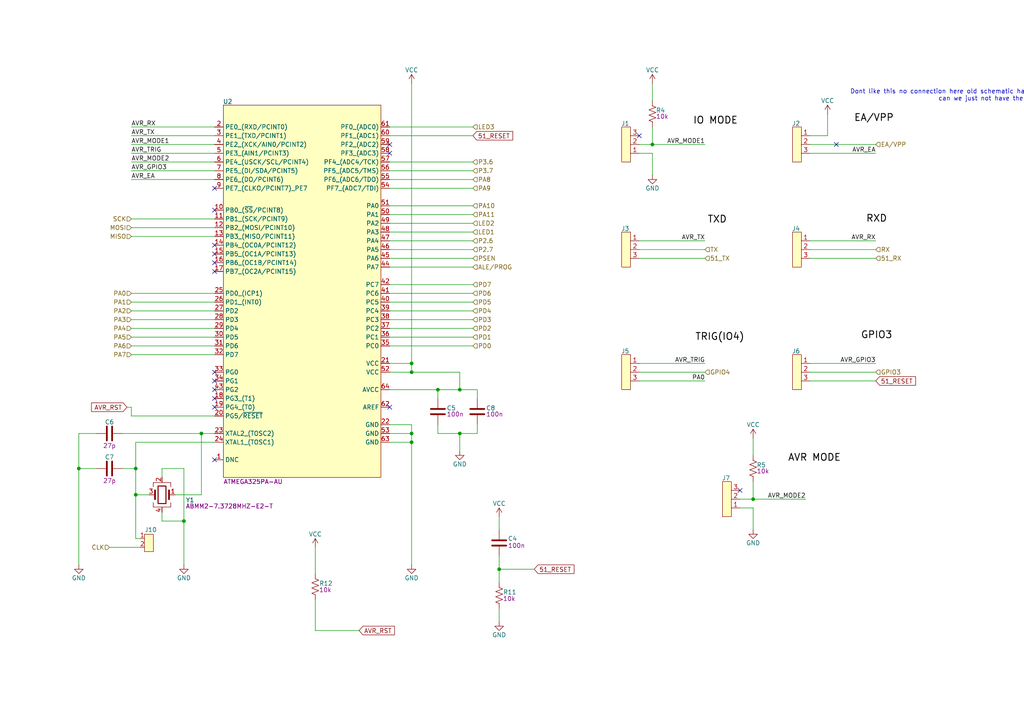
<source format=kicad_sch>
(kicad_sch (version 20231120) (generator "eeschema") (generator_version "8.0")
  (paper "A4")
  (lib_symbols
    (symbol "0603_Yageo_Res:RES_10k_0603" (pin_numbers hide)
      (property "Reference" "R" (at -20.32 5.08 0))
      (property "Display Value" "10k" (at 15.24 5.08 0))
      (symbol "RES_10k_0603_0_1"
        (polyline (pts (xy -2.286 0) (xy -2.54 0)))
        (polyline (pts (xy 2.286 0) (xy 2.54 0)))
        (polyline (pts (xy -2.286 0) (xy -1.905 1.016) (xy -1.524 0) (xy -1.143 -1.016) (xy -0.762 0)))
        (polyline (pts (xy -0.762 0) (xy -0.381 1.016) (xy 0 0) (xy 0.381 -1.016) (xy 0.762 0)))
        (polyline (pts (xy 0.762 0) (xy 1.143 1.016) (xy 1.524 0) (xy 1.905 -1.016) (xy 2.286 0)))
      )
      (symbol "RES_10k_0603_1_1"
        (pin passive line (at -3.81 0 0) (length 1.27) (name "~") (number "1"))
        (pin passive line (at 3.81 0 180) (length 1.27) (name "~") (number "2"))
      )
    )
    (symbol "nae_caps:CAP_100n_6.3V_0603" (pin_numbers hide)
      (property "Reference" "C" (at -20.32 5.08 0))
      (property "Display Value" "100n" (at 15.24 5.08 0))
      (symbol "CAP_100n_6.3V_0603_0_1"
        (polyline (pts (xy -0.762 -2.032) (xy -0.762 2.032)) (stroke (width 0.508)))
        (polyline (pts (xy 0.762 -2.032) (xy 0.762 2.032)) (stroke (width 0.508)))
      )
      (symbol "CAP_100n_6.3V_0603_1_1"
        (pin passive line (at -3.81 0 0) (length 2.794) (name "~") (number "1"))
        (pin passive line (at 3.81 0 180) (length 2.794) (name "~") (number "2"))
      )
    )
    (symbol "nae_caps:CAP_27p_50V_0603" (pin_numbers hide)
      (property "Reference" "C" (at -20.32 5.08 0))
      (property "Display Value" "27p" (at 15.24 5.08 0))
      (symbol "CAP_27p_50V_0603_0_1"
        (polyline (pts (xy -0.762 -2.032) (xy -0.762 2.032)) (stroke (width 0.508)))
        (polyline (pts (xy 0.762 -2.032) (xy 0.762 2.032)) (stroke (width 0.508)))
      )
      (symbol "CAP_27p_50V_0603_1_1"
        (pin passive line (at -3.81 0 0) (length 2.794) (name "~") (number "1"))
        (pin passive line (at 3.81 0 180) (length 2.794) (name "~") (number "2"))
      )
    )
    (symbol "power:GND" (power) (pin_numbers hide) (pin_names (offset 0) hide)
      (property "Value" "GND" (at 0 -3.81 0))
      (symbol "GND_0_1"
        (polyline (pts (xy 0 0) (xy 0 -1.27) (xy 1.27 -1.27) (xy 0 -2.54) (xy -1.27 -1.27) (xy 0 -1.27)))
      )
      (symbol "GND_1_1"
        (pin power_in line (at 0 0 270) (length 0) (name "~") (number "1"))
      )
    )
    (symbol "power:VCC" (power) (pin_numbers hide) (pin_names (offset 0) hide)
      (property "Value" "VCC" (at 0 3.556 0))
      (symbol "VCC_0_1"
        (polyline (pts (xy -0.762 1.27) (xy 0 2.54)))
        (polyline (pts (xy 0 0) (xy 0 2.54)))
        (polyline (pts (xy 0 2.54) (xy 0.762 1.27)))
      )
      (symbol "VCC_1_1"
        (pin power_in line (at 0 0 90) (length 0) (name "~") (number "1"))
      )
    )
    (symbol "tutorial_2_library:ATMEGA325PA-AU"
      (property "Reference" "U" (at -21.59 7.62 0))
      (property "Display Value" "ATMEGA325PA-AU" (at -13.97 -102.87 0))
      (symbol "ATMEGA325PA-AU_1_1"
        (rectangle (start -22.86 6.35) (end 22.86 -101.6) (fill (type background)))
        (pin unspecified line (at -25.4 -96.52 0) (length 2.54) (name "DNC") (number "1"))
        (pin unspecified line (at -25.4 -24.13 0) (length 2.54) (name "PB0_(~{SS}/PCINT8)") (number "10"))
        (pin unspecified line (at -25.4 -26.67 0) (length 2.54) (name "PB1_(SCK/PCINT9)") (number "11"))
        (pin unspecified line (at -25.4 -29.21 0) (length 2.54) (name "PB2_(MOSI/PCINT10)") (number "12"))
        (pin unspecified line (at -25.4 -31.75 0) (length 2.54) (name "PB3_(MISO/PCINT11)") (number "13"))
        (pin unspecified line (at -25.4 -34.29 0) (length 2.54) (name "PB4_(OC0A/PCINT12)") (number "14"))
        (pin unspecified line (at -25.4 -36.83 0) (length 2.54) (name "PB5_(OC1A/PCINT13)") (number "15"))
        (pin unspecified line (at -25.4 -39.37 0) (length 2.54) (name "PB6_(OC1B/PCINT14)") (number "16"))
        (pin unspecified line (at -25.4 -41.91 0) (length 2.54) (name "PB7_(OC2A/PCINT15)") (number "17"))
        (pin unspecified line (at -25.4 -78.74 0) (length 2.54) (name "PG3_(T1)") (number "18"))
        (pin unspecified line (at -25.4 -81.28 0) (length 2.54) (name "PG4_(T0)") (number "19"))
        (pin unspecified line (at -25.4 0 0) (length 2.54) (name "PE0_(RXD/PCINT0)") (number "2"))
        (pin unspecified line (at -25.4 -83.82 0) (length 2.54) (name "PG5/~{RESET}") (number "20"))
        (pin unspecified line (at 25.4 -68.58 180) (length 2.54) (name "VCC") (number "21"))
        (pin unspecified line (at 25.4 -86.36 180) (length 2.54) (name "GND") (number "22"))
        (pin unspecified line (at -25.4 -88.9 0) (length 2.54) (name "XTAL2_(TOSC2)") (number "23"))
        (pin unspecified line (at -25.4 -91.44 0) (length 2.54) (name "XTAL1_(TOSC1)") (number "24"))
        (pin unspecified line (at -25.4 -48.26 0) (length 2.54) (name "PD0_(ICP1)") (number "25"))
        (pin unspecified line (at -25.4 -50.8 0) (length 2.54) (name "PD1_(INT0)") (number "26"))
        (pin unspecified line (at -25.4 -53.34 0) (length 2.54) (name "PD2") (number "27"))
        (pin unspecified line (at -25.4 -55.88 0) (length 2.54) (name "PD3") (number "28"))
        (pin unspecified line (at -25.4 -58.42 0) (length 2.54) (name "PD4") (number "29"))
        (pin unspecified line (at -25.4 -2.54 0) (length 2.54) (name "PE1_(TXD/PCINT1)") (number "3"))
        (pin unspecified line (at -25.4 -60.96 0) (length 2.54) (name "PD5") (number "30"))
        (pin unspecified line (at -25.4 -63.5 0) (length 2.54) (name "PD6") (number "31"))
        (pin unspecified line (at -25.4 -66.04 0) (length 2.54) (name "PD7") (number "32"))
        (pin unspecified line (at -25.4 -71.12 0) (length 2.54) (name "PG0") (number "33"))
        (pin unspecified line (at -25.4 -73.66 0) (length 2.54) (name "PG1") (number "34"))
        (pin unspecified line (at 25.4 -63.5 180) (length 2.54) (name "PC0") (number "35"))
        (pin unspecified line (at 25.4 -60.96 180) (length 2.54) (name "PC1") (number "36"))
        (pin unspecified line (at 25.4 -58.42 180) (length 2.54) (name "PC2") (number "37"))
        (pin unspecified line (at 25.4 -55.88 180) (length 2.54) (name "PC3") (number "38"))
        (pin unspecified line (at 25.4 -53.34 180) (length 2.54) (name "PC4") (number "39"))
        (pin unspecified line (at -25.4 -5.08 0) (length 2.54) (name "PE2_(XCK/AIN0/PCINT2)") (number "4"))
        (pin unspecified line (at 25.4 -50.8 180) (length 2.54) (name "PC5") (number "40"))
        (pin unspecified line (at 25.4 -48.26 180) (length 2.54) (name "PC6") (number "41"))
        (pin unspecified line (at 25.4 -45.72 180) (length 2.54) (name "PC7") (number "42"))
        (pin unspecified line (at -25.4 -76.2 0) (length 2.54) (name "PG2") (number "43"))
        (pin unspecified line (at 25.4 -40.64 180) (length 2.54) (name "PA7") (number "44"))
        (pin unspecified line (at 25.4 -38.1 180) (length 2.54) (name "PA6") (number "45"))
        (pin unspecified line (at 25.4 -35.56 180) (length 2.54) (name "PA5") (number "46"))
        (pin unspecified line (at 25.4 -33.02 180) (length 2.54) (name "PA4") (number "47"))
        (pin unspecified line (at 25.4 -30.48 180) (length 2.54) (name "PA3") (number "48"))
        (pin unspecified line (at 25.4 -27.94 180) (length 2.54) (name "PA2") (number "49"))
        (pin unspecified line (at -25.4 -7.62 0) (length 2.54) (name "PE3_(AIN1/PCINT3)") (number "5"))
        (pin unspecified line (at 25.4 -25.4 180) (length 2.54) (name "PA1") (number "50"))
        (pin unspecified line (at 25.4 -22.86 180) (length 2.54) (name "PA0") (number "51"))
        (pin unspecified line (at 25.4 -71.12 180) (length 2.54) (name "VCC") (number "52"))
        (pin unspecified line (at 25.4 -88.9 180) (length 2.54) (name "GND") (number "53"))
        (pin unspecified line (at 25.4 -17.78 180) (length 2.54) (name "PF7_(ADC7/TDI)") (number "54"))
        (pin unspecified line (at 25.4 -15.24 180) (length 2.54) (name "PF6_(ADC6/TDO)") (number "55"))
        (pin unspecified line (at 25.4 -12.7 180) (length 2.54) (name "PF5_(ADC5/TMS)") (number "56"))
        (pin unspecified line (at 25.4 -10.16 180) (length 2.54) (name "PF4_(ADC4/TCK)") (number "57"))
        (pin unspecified line (at 25.4 -7.62 180) (length 2.54) (name "PF3_(ADC3)") (number "58"))
        (pin unspecified line (at 25.4 -5.08 180) (length 2.54) (name "PF2_(ADC2)") (number "59"))
        (pin unspecified line (at -25.4 -10.16 0) (length 2.54) (name "PE4_(USCK/SCL/PCINT4)") (number "6"))
        (pin unspecified line (at 25.4 -2.54 180) (length 2.54) (name "PF1_(ADC1)") (number "60"))
        (pin unspecified line (at 25.4 0 180) (length 2.54) (name "PF0_(ADC0)") (number "61"))
        (pin unspecified line (at 25.4 -81.28 180) (length 2.54) (name "AREF") (number "62"))
        (pin unspecified line (at 25.4 -91.44 180) (length 2.54) (name "GND") (number "63"))
        (pin unspecified line (at 25.4 -76.2 180) (length 2.54) (name "AVCC") (number "64"))
        (pin unspecified line (at -25.4 -12.7 0) (length 2.54) (name "PE5_(DI/SDA/PCINT5)") (number "7"))
        (pin unspecified line (at -25.4 -15.24 0) (length 2.54) (name "PE6_(DO/PCINT6)") (number "8"))
        (pin unspecified line (at -25.4 -17.78 0) (length 2.54) (name "PE7_(CLKO/PCINT7)_PE7") (number "9"))
      )
    )
    (symbol "tutorial_2_library:Crystal_7.3728MHZ_SMD" (pin_names hide)
      (property "Reference" "Y" (at -2.54 5.08 0))
      (property "Display Value" "ABMM2-7.3728MHZ-E2-T" (at 3.81 -7.62 0))
      (symbol "Crystal_7.3728MHZ_SMD_0_1"
        (rectangle (start -1.143 2.54) (end 1.143 -2.54) (stroke (width 0.3048)))
        (polyline (pts (xy -2.54 0) (xy -2.032 0)))
        (polyline (pts (xy -2.032 -1.27) (xy -2.032 1.27)) (stroke (width 0.508)))
        (polyline (pts (xy 0 -3.81) (xy 0 -3.556)))
        (polyline (pts (xy 0 3.556) (xy 0 3.81)))
        (polyline (pts (xy 2.032 -1.27) (xy 2.032 1.27)) (stroke (width 0.508)))
        (polyline (pts (xy 2.032 0) (xy 2.54 0)))
        (polyline (pts (xy -2.54 -2.286) (xy -2.54 -3.556) (xy 2.54 -3.556) (xy 2.54 -2.286)))
        (polyline (pts (xy -2.54 2.286) (xy -2.54 3.556) (xy 2.54 3.556) (xy 2.54 2.286)))
      )
      (symbol "Crystal_7.3728MHZ_SMD_1_1"
        (pin passive line (at -3.81 0 0) (length 1.27) (name "1") (number "1"))
        (pin passive line (at 0 5.08 270) (length 1.27) (name "2") (number "2"))
        (pin passive line (at 3.81 0 180) (length 1.27) (name "3") (number "3"))
        (pin passive line (at 0 -5.08 90) (length 1.27) (name "4") (number "4"))
      )
    )
    (symbol "tutorial_2_library:VERT_HDR_2_2.54mm"
      (property "Reference" "J" (at 0 3.81 0))
      (symbol "VERT_HDR_2_2.54mm_1_1"
        (rectangle (start -1.27 2.54) (end 1.27 -2.54) (fill (type background)))
        (pin passive line (at -2.54 1.27 0) (length 1.27) (name "") (number "1"))
        (pin passive line (at -2.54 -1.27 0) (length 1.27) (name "") (number "2"))
      )
    )
    (symbol "tutorial_2_library:VERT_HDR_3_2.54mm"
      (property "Reference" "J" (at 1.27 3.81 0))
      (symbol "VERT_HDR_3_2.54mm_1_1"
        (rectangle (start 0 2.54) (end 2.54 -7.62) (fill (type background)))
        (pin unspecified line (at -2.54 -5.08 0) (length 2.54) (name "") (number "1"))
        (pin unspecified line (at -2.54 -2.54 0) (length 2.54) (name "") (number "2"))
        (pin unspecified line (at -2.54 0 0) (length 2.54) (name "") (number "3"))
      )
    )
  )
  (junction (at 189.23 41.91))
  (junction (at 39.37 135.89))
  (junction (at 53.34 151.13))
  (junction (at 133.35 125.73))
  (junction (at 127 113.03))
  (junction (at 119.38 125.73))
  (junction (at 119.38 107.95))
  (junction (at 119.38 105.41))
  (junction (at 144.78 165.1))
  (junction (at 133.35 113.03))
  (junction (at 22.86 135.89))
  (junction (at 58.42 125.73))
  (junction (at 39.37 143.51))
  (junction (at 119.38 128.27))
  (junction (at 218.44 144.78))
  (no_connect (at 62.23 73.66))
  (no_connect (at 242.57 41.91))
  (no_connect (at 62.23 115.57))
  (no_connect (at 185.42 39.37))
  (no_connect (at 62.23 60.96))
  (no_connect (at 62.23 113.03))
  (no_connect (at 62.23 133.35))
  (no_connect (at 62.23 54.61))
  (no_connect (at 214.63 142.24))
  (no_connect (at 62.23 110.49))
  (no_connect (at 62.23 76.2))
  (no_connect (at 113.03 118.11))
  (no_connect (at 62.23 71.12))
  (no_connect (at 62.23 78.74))
  (no_connect (at 62.23 118.11))
  (no_connect (at 113.03 44.45))
  (no_connect (at 113.03 41.91))
  (no_connect (at 62.23 107.95))
  (wire (pts (xy 38.1 118.11) (xy 38.1 120.65)))
  (wire (pts (xy 113.03 72.39) (xy 137.16 72.39)))
  (wire (pts (xy 185.42 69.85) (xy 204.47 69.85)))
  (wire (pts (xy 133.35 125.73) (xy 133.35 130.81)))
  (wire (pts (xy 113.03 46.99) (xy 137.16 46.99)))
  (wire (pts (xy 113.03 113.03) (xy 127 113.03)))
  (wire (pts (xy 234.95 72.39) (xy 254 72.39)))
  (wire (pts (xy 39.37 135.89) (xy 39.37 143.51)))
  (wire (pts (xy 133.35 107.95) (xy 119.38 107.95)))
  (wire (pts (xy 113.03 90.17) (xy 137.16 90.17)))
  (wire (pts (xy 144.78 176.53) (xy 144.78 180.34)))
  (wire (pts (xy 113.03 87.63) (xy 137.16 87.63)))
  (wire (pts (xy 113.03 64.77) (xy 137.16 64.77)))
  (wire (pts (xy 144.78 165.1) (xy 144.78 168.91)))
  (wire (pts (xy 218.44 127) (xy 218.44 132.08)))
  (wire (pts (xy 218.44 139.7) (xy 218.44 144.78)))
  (wire (pts (xy 38.1 100.33) (xy 62.23 100.33)))
  (wire (pts (xy 38.1 95.25) (xy 62.23 95.25)))
  (wire (pts (xy 113.03 36.83) (xy 137.16 36.83)))
  (wire (pts (xy 185.42 41.91) (xy 189.23 41.91)))
  (wire (pts (xy 218.44 147.32) (xy 218.44 153.67)))
  (wire (pts (xy 144.78 161.29) (xy 144.78 165.1)))
  (wire (pts (xy 38.1 49.53) (xy 62.23 49.53)))
  (wire (pts (xy 62.23 125.73) (xy 58.42 125.73)))
  (wire (pts (xy 119.38 24.13) (xy 119.38 105.41)))
  (wire (pts (xy 119.38 128.27) (xy 119.38 163.83)))
  (wire (pts (xy 38.1 92.71) (xy 62.23 92.71)))
  (wire (pts (xy 113.03 125.73) (xy 119.38 125.73)))
  (wire (pts (xy 185.42 107.95) (xy 204.47 107.95)))
  (wire (pts (xy 91.44 182.88) (xy 91.44 173.99)))
  (wire (pts (xy 240.03 33.02) (xy 240.03 39.37)))
  (wire (pts (xy 113.03 62.23) (xy 137.16 62.23)))
  (wire (pts (xy 35.56 135.89) (xy 39.37 135.89)))
  (wire (pts (xy 185.42 74.93) (xy 204.47 74.93)))
  (wire (pts (xy 38.1 44.45) (xy 62.23 44.45)))
  (wire (pts (xy 22.86 135.89) (xy 22.86 163.83)))
  (wire (pts (xy 234.95 105.41) (xy 254 105.41)))
  (wire (pts (xy 113.03 97.79) (xy 137.16 97.79)))
  (wire (pts (xy 185.42 105.41) (xy 204.47 105.41)))
  (wire (pts (xy 234.95 107.95) (xy 254 107.95)))
  (wire (pts (xy 113.03 95.25) (xy 137.16 95.25)))
  (wire (pts (xy 22.86 135.89) (xy 27.94 135.89)))
  (wire (pts (xy 27.94 125.73) (xy 22.86 125.73)))
  (wire (pts (xy 113.03 85.09) (xy 137.16 85.09)))
  (wire (pts (xy 133.35 113.03) (xy 127 113.03)))
  (wire (pts (xy 39.37 128.27) (xy 39.37 135.89)))
  (wire (pts (xy 31.75 158.75) (xy 40.64 158.75)))
  (wire (pts (xy 127 123.19) (xy 127 125.73)))
  (wire (pts (xy 39.37 156.21) (xy 40.64 156.21)))
  (wire (pts (xy 53.34 151.13) (xy 53.34 163.83)))
  (wire (pts (xy 46.99 148.59) (xy 46.99 151.13)))
  (wire (pts (xy 58.42 143.51) (xy 58.42 125.73)))
  (wire (pts (xy 127 125.73) (xy 133.35 125.73)))
  (wire (pts (xy 38.1 102.87) (xy 62.23 102.87)))
  (wire (pts (xy 113.03 100.33) (xy 137.16 100.33)))
  (wire (pts (xy 53.34 135.89) (xy 53.34 151.13)))
  (wire (pts (xy 185.42 110.49) (xy 204.47 110.49)))
  (wire (pts (xy 234.95 69.85) (xy 254 69.85)))
  (wire (pts (xy 214.63 144.78) (xy 218.44 144.78)))
  (wire (pts (xy 185.42 44.45) (xy 189.23 44.45)))
  (wire (pts (xy 218.44 144.78) (xy 233.68 144.78)))
  (wire (pts (xy 234.95 44.45) (xy 254 44.45)))
  (wire (pts (xy 189.23 24.13) (xy 189.23 29.21)))
  (wire (pts (xy 113.03 67.31) (xy 137.16 67.31)))
  (wire (pts (xy 39.37 143.51) (xy 39.37 156.21)))
  (wire (pts (xy 113.03 54.61) (xy 137.16 54.61)))
  (wire (pts (xy 214.63 147.32) (xy 218.44 147.32)))
  (wire (pts (xy 35.56 125.73) (xy 58.42 125.73)))
  (wire (pts (xy 38.1 36.83) (xy 62.23 36.83)))
  (wire (pts (xy 113.03 128.27) (xy 119.38 128.27)))
  (wire (pts (xy 234.95 39.37) (xy 240.03 39.37)))
  (wire (pts (xy 46.99 151.13) (xy 53.34 151.13)))
  (wire (pts (xy 234.95 74.93) (xy 254 74.93)))
  (wire (pts (xy 46.99 138.43) (xy 46.99 135.89)))
  (wire (pts (xy 138.43 113.03) (xy 133.35 113.03)))
  (wire (pts (xy 113.03 74.93) (xy 137.16 74.93)))
  (wire (pts (xy 113.03 107.95) (xy 119.38 107.95)))
  (wire (pts (xy 144.78 149.86) (xy 144.78 153.67)))
  (wire (pts (xy 234.95 110.49) (xy 254 110.49)))
  (wire (pts (xy 91.44 182.88) (xy 104.14 182.88)))
  (wire (pts (xy 38.1 120.65) (xy 62.23 120.65)))
  (wire (pts (xy 38.1 66.04) (xy 62.23 66.04)))
  (wire (pts (xy 38.1 46.99) (xy 62.23 46.99)))
  (wire (pts (xy 138.43 125.73) (xy 138.43 123.19)))
  (wire (pts (xy 50.8 143.51) (xy 58.42 143.51)))
  (wire (pts (xy 113.03 105.41) (xy 119.38 105.41)))
  (wire (pts (xy 189.23 36.83) (xy 189.23 41.91)))
  (wire (pts (xy 38.1 52.07) (xy 62.23 52.07)))
  (wire (pts (xy 113.03 92.71) (xy 137.16 92.71)))
  (wire (pts (xy 133.35 125.73) (xy 138.43 125.73)))
  (wire (pts (xy 113.03 39.37) (xy 137.16 39.37)))
  (wire (pts (xy 39.37 143.51) (xy 43.18 143.51)))
  (wire (pts (xy 113.03 77.47) (xy 137.16 77.47)))
  (wire (pts (xy 38.1 87.63) (xy 62.23 87.63)))
  (wire (pts (xy 189.23 41.91) (xy 204.47 41.91)))
  (wire (pts (xy 38.1 97.79) (xy 62.23 97.79)))
  (wire (pts (xy 119.38 123.19) (xy 119.38 125.73)))
  (wire (pts (xy 133.35 113.03) (xy 133.35 107.95)))
  (wire (pts (xy 62.23 128.27) (xy 39.37 128.27)))
  (wire (pts (xy 38.1 39.37) (xy 62.23 39.37)))
  (wire (pts (xy 38.1 68.58) (xy 62.23 68.58)))
  (wire (pts (xy 113.03 82.55) (xy 137.16 82.55)))
  (wire (pts (xy 38.1 85.09) (xy 62.23 85.09)))
  (wire (pts (xy 38.1 90.17) (xy 62.23 90.17)))
  (wire (pts (xy 22.86 125.73) (xy 22.86 135.89)))
  (wire (pts (xy 119.38 107.95) (xy 119.38 105.41)))
  (wire (pts (xy 36.83 118.11) (xy 38.1 118.11)))
  (wire (pts (xy 119.38 125.73) (xy 119.38 128.27)))
  (wire (pts (xy 113.03 59.69) (xy 137.16 59.69)))
  (wire (pts (xy 91.44 158.75) (xy 91.44 166.37)))
  (wire (pts (xy 127 113.03) (xy 127 115.57)))
  (wire (pts (xy 113.03 49.53) (xy 137.16 49.53)))
  (wire (pts (xy 144.78 165.1) (xy 154.94 165.1)))
  (wire (pts (xy 113.03 69.85) (xy 137.16 69.85)))
  (wire (pts (xy 113.03 52.07) (xy 137.16 52.07)))
  (wire (pts (xy 189.23 44.45) (xy 189.23 50.8)))
  (wire (pts (xy 113.03 123.19) (xy 119.38 123.19)))
  (wire (pts (xy 185.42 72.39) (xy 204.47 72.39)))
  (wire (pts (xy 138.43 115.57) (xy 138.43 113.03)))
  (wire (pts (xy 38.1 41.91) (xy 62.23 41.91)))
  (wire (pts (xy 46.99 135.89) (xy 53.34 135.89)))
  (wire (pts (xy 234.95 41.91) (xy 254 41.91)))
  (wire (pts (xy 38.1 63.5) (xy 62.23 63.5)))
  (text "Dont like this no connection here old schematic has net lable and then no connection\ncan we just not have the net label" (at 289.306 27.686 0) (effects (font (size 1.27 1.27))))
  (text "TRIG(IO4)" (at 208.788 97.79 0) (effects (font (size 2 2) (thickness 0.25))))
  (text "TXD\n" (at 208.026 63.754 0) (effects (font (size 2 2) (thickness 0.25))))
  (text "AVR MODE" (at 236.22 132.842 0) (effects (font (size 2 2) (thickness 0.25))))
  (text "EA/VPP" (at 253.492 34.29 0) (effects (font (size 2 2) (thickness 0.25))))
  (text "GPIO3" (at 254.254 97.282 0) (effects (font (size 2 2) (thickness 0.25))))
  (text "IO MODE" (at 207.518 35.052 0) (effects (font (size 2 2) (thickness 0.25))))
  (text "RXD" (at 254.254 63.5 0) (effects (font (size 2 2) (thickness 0.25))))
  (label "PA0" (at 204.47 110.49 180))
  (label "AVR_TRIG" (at 38.1 44.45 0))
  (label "AVR_TRIG" (at 204.47 105.41 180))
  (label "AVR_TX" (at 204.47 69.85 180))
  (label "AVR_EA" (at 254 44.45 180))
  (label "AVR_MODE2" (at 38.1 46.99 0))
  (label "AVR_EA" (at 38.1 52.07 0))
  (label "AVR_MODE2" (at 233.68 144.78 180))
  (label "AVR_RX" (at 254 69.85 180))
  (label "AVR_TX" (at 38.1 39.37 0))
  (label "AVR_RX" (at 38.1 36.83 0))
  (label "AVR_MODE1" (at 38.1 41.91 0))
  (label "AVR_GPIO3" (at 38.1 49.53 0))
  (label "AVR_MODE1" (at 204.47 41.91 180))
  (label "AVR_GPIO3" (at 254 105.41 180))
  (global_label "51_RESET" (shape input) (at 137.16 39.37 0) (property "Intersheetrefs" "${INTERSHEET_REFS}" (effects (hide yes))))
  (global_label "AVR_RST" (shape input) (at 104.14 182.88 0) (property "Intersheetrefs" "${INTERSHEET_REFS}" (effects (hide yes))))
  (global_label "51_RESET" (shape input) (at 154.94 165.1 0) (property "Intersheetrefs" "${INTERSHEET_REFS}" (effects (hide yes))))
  (global_label "51_RESET" (shape input) (at 254 110.49 0) (property "Intersheetrefs" "${INTERSHEET_REFS}" (effects (hide yes))))
  (global_label "AVR_RST" (shape input) (at 36.83 118.11 180) (property "Intersheetrefs" "${INTERSHEET_REFS}" (effects (hide yes))))
  (hierarchical_label "CLK" (shape input) (at 31.75 158.75 180))
  (hierarchical_label "PA1" (shape input) (at 38.1 87.63 180))
  (hierarchical_label "PD4" (shape input) (at 137.16 90.17 0))
  (hierarchical_label "PD1" (shape input) (at 137.16 97.79 0))
  (hierarchical_label "PD3" (shape input) (at 137.16 92.71 0))
  (hierarchical_label "51_RX" (shape input) (at 254 74.93 0))
  (hierarchical_label "SCK" (shape input) (at 38.1 63.5 180))
  (hierarchical_label "EA{slash}VPP" (shape input) (at 254 41.91 0))
  (hierarchical_label "ALE{slash}PROG" (shape input) (at 137.16 77.47 0))
  (hierarchical_label "PSEN" (shape input) (at 137.16 74.93 0))
  (hierarchical_label "PD5" (shape input) (at 137.16 87.63 0))
  (hierarchical_label "P3.7" (shape input) (at 137.16 49.53 0))
  (hierarchical_label "PA4" (shape input) (at 38.1 95.25 180))
  (hierarchical_label "51_TX" (shape input) (at 204.47 74.93 0))
  (hierarchical_label "PA7" (shape input) (at 38.1 102.87 180))
  (hierarchical_label "PA11" (shape input) (at 137.16 62.23 0))
  (hierarchical_label "LED2" (shape input) (at 137.16 64.77 0))
  (hierarchical_label "LED3" (shape input) (at 137.16 36.83 0))
  (hierarchical_label "PD2" (shape input) (at 137.16 95.25 0))
  (hierarchical_label "P2.7" (shape input) (at 137.16 72.39 0))
  (hierarchical_label "GPIO4" (shape input) (at 204.47 107.95 0))
  (hierarchical_label "MOSI" (shape input) (at 38.1 66.04 180))
  (hierarchical_label "PA10" (shape input) (at 137.16 59.69 0))
  (hierarchical_label "TX" (shape input) (at 204.47 72.39 0))
  (hierarchical_label "PD6" (shape input) (at 137.16 85.09 0))
  (hierarchical_label "LED1" (shape input) (at 137.16 67.31 0))
  (hierarchical_label "MISO" (shape input) (at 38.1 68.58 180))
  (hierarchical_label "PA6" (shape input) (at 38.1 100.33 180))
  (hierarchical_label "PA5" (shape input) (at 38.1 97.79 180))
  (hierarchical_label "P3.6" (shape input) (at 137.16 46.99 0))
  (hierarchical_label "GPIO3" (shape input) (at 254 107.95 0))
  (hierarchical_label "RX" (shape input) (at 254 72.39 0))
  (hierarchical_label "PD0" (shape input) (at 137.16 100.33 0))
  (hierarchical_label "PA8" (shape input) (at 137.16 52.07 0))
  (hierarchical_label "PA3" (shape input) (at 38.1 92.71 180))
  (hierarchical_label "PA9" (shape input) (at 137.16 54.61 0))
  (hierarchical_label "PA0" (shape input) (at 38.1 85.09 180))
  (hierarchical_label "PD7" (shape input) (at 137.16 82.55 0))
  (hierarchical_label "P2.6" (shape input) (at 137.16 69.85 0))
  (hierarchical_label "PA2" (shape input) (at 38.1 90.17 180))
  (symbol (lib_id "0603_Yageo_Res:RES_10k_0603") (at 144.78 172.72 90) (unit 1)
    (property "Reference" "R11" (at 145.906 171.7539 90) (effects (justify right)))
    (property "Value" "RES_10k_0603" (effects (hide yes)))
    (property "Footprint" "Resistor_SMD:R_0603_1608Metric" (effects (hide yes)))
    (property "Datasheet" "https://www.yageo.com/upload/media/product/products/datasheet/rchip/PYu-RC_Group_51_RoHS_L_12.pdf" (effects (hide yes)))
    (property "Description" "RES 10K OHM 1% 1/10W 0603" (effects (hide yes)))
    (property "Display Value" "10k" (at 145.851 173.6339 90) (effects (justify right)))
    (property "Manufacturer" "YAGEO" (effects (hide yes)))
    (property "Manufacturer Part Number" "RC0603FR-0710KL" (effects (hide yes)))
    (property "Supplier 1" "DigiKey" (effects (hide yes)))
    (property "Supplier 1 Part Number" "311-10.0KHRCT-ND" (effects (hide yes)))
    (property "Supplier 2" "no_data" (effects (hide yes)))
    (property "Supplier 2 Part Number" "no_data" (effects (hide yes)))
  )
  (symbol (lib_id "power:VCC") (at 144.78 149.86 0) (unit 1)
    (property "Reference" "#PWR024" (effects (hide yes)))
    (property "Value" "VCC" (at 144.78 146.05 0))
    (property "Description" "Power symbol creates a global label with name \"VCC\"" (effects (hide yes)))
  )
  (symbol (lib_id "power:GND") (at 53.34 163.83 0) (unit 1)
    (property "Reference" "#PWR010" (effects (hide yes)))
    (property "Value" "GND" (at 53.34 167.64 0))
    (property "Description" "Power symbol creates a global label with name \"GND\" , ground" (effects (hide yes)))
  )
  (symbol (lib_id "tutorial_2_library:VERT_HDR_3_2.54mm") (at 182.88 39.37 0) (mirror y) (unit 1)
    (property "Reference" "J1" (at 181.356 35.814 0))
    (property "Value" "1x3 straight header pins" (effects (hide yes)))
    (property "Footprint" "Connector_PinHeader_2.54mm:PinHeader_1x03_P2.54mm_Vertical" (effects (hide yes)))
    (property "Datasheet" "https://www.we-online.com/components/products/datasheet/61300311121.pdf" (effects (hide yes)))
    (property "Description" "CONN HEADER VERT 3POS 2.54MM" (effects (hide yes)))
    (property "Display Value" "Header" (effects (hide yes)))
    (property "Manufacturer" "Würth Elektronik" (effects (hide yes)))
    (property "Manufacturer Part Number" "61300311121" (effects (hide yes)))
    (property "Supplier 1" "DigiKey" (effects (hide yes)))
    (property "Supplier 1 Part Number" "732-5316-ND" (effects (hide yes)))
  )
  (symbol (lib_id "tutorial_2_library:ATMEGA325PA-AU") (at 87.63 36.83 0) (unit 1)
    (property "Reference" "U2" (at 66.04 29.464 0))
    (property "Value" "ATMEGA325PA-AU" (effects (hide yes)))
    (property "Footprint" "Package_QFP:TQFP-64_10x10mm_P0.5mm" (effects (hide yes)))
    (property "Datasheet" "https://ww1.microchip.com/downloads/en/DeviceDoc/Atmel-8285-8-bit-AVR-Microcontroller-ATmega165A_PA_325A_PA_3250A_PA_645A_P_6450A_P_datasheet_Summary.pdf" (effects (hide yes)))
    (property "Description" "IC MCU 8BIT 32KB FLASH 64TQFP" (effects (hide yes)))
    (property "Display Value" "ATMEGA325PA-AU" (at 73.406 139.7 0))
    (property "Manufacturer" "Microchip Technology" (effects (hide yes)))
    (property "Manufacturer Part Number" "ATMEGA325PA-AU" (effects (hide yes)))
    (property "Supplier 1" "DigiKey" (effects (hide yes)))
    (property "Supplier 1 Part Number" "ATMEGA325PA-AU-ND" (effects (hide yes)))
  )
  (symbol (lib_id "power:VCC") (at 218.44 127 0) (unit 1)
    (property "Reference" "#PWR016" (effects (hide yes)))
    (property "Value" "VCC" (at 218.44 123.19 0))
    (property "Description" "Power symbol creates a global label with name \"VCC\"" (effects (hide yes)))
  )
  (symbol (lib_id "tutorial_2_library:VERT_HDR_3_2.54mm") (at 212.09 142.24 0) (mirror y) (unit 1)
    (property "Reference" "J7" (at 210.566 138.684 0))
    (property "Value" "1x3 straight header pins" (effects (hide yes)))
    (property "Footprint" "Connector_PinHeader_2.54mm:PinHeader_1x03_P2.54mm_Vertical" (effects (hide yes)))
    (property "Datasheet" "https://www.we-online.com/components/products/datasheet/61300311121.pdf" (effects (hide yes)))
    (property "Description" "CONN HEADER VERT 3POS 2.54MM" (effects (hide yes)))
    (property "Display Value" "Header" (effects (hide yes)))
    (property "Manufacturer" "Würth Elektronik" (effects (hide yes)))
    (property "Manufacturer Part Number" "61300311121" (effects (hide yes)))
    (property "Supplier 1" "DigiKey" (effects (hide yes)))
    (property "Supplier 1 Part Number" "732-5316-ND" (effects (hide yes)))
  )
  (symbol (lib_id "tutorial_2_library:Crystal_7.3728MHZ_SMD") (at 46.99 143.51 0) (mirror y) (unit 1)
    (property "Reference" "Y1" (at 55.118 145.034 0))
    (property "Value" "ABMM2-7.3728MHZ-E2-T" (effects (hide yes)))
    (property "Footprint" "Crystal:Crystal_SMD_0603-4Pin_6.0x3.5mm" (effects (hide yes)))
    (property "Datasheet" "https://abracon.com/Resonators/ABMM2.pdf" (effects (hide yes)))
    (property "Description" "CRYSTAL 7.3728MHZ 18PF SMD" (effects (hide yes)))
    (property "Display Value" "ABMM2-7.3728MHZ-E2-T" (at 66.548 146.812 0))
    (property "Manufacturer" "Abracon LLC" (effects (hide yes)))
    (property "Manufacturer Part Number" "ABMM2-7.3728MHZ-E2-T" (effects (hide yes)))
    (property "Supplier 1" "DigiKey" (effects (hide yes)))
    (property "Supplier 1 Part Number" "535-10157-1-ND" (effects (hide yes)))
  )
  (symbol (lib_id "tutorial_2_library:VERT_HDR_3_2.54mm") (at 182.88 74.93 180) (unit 1)
    (property "Reference" "J3" (at 181.356 66.294 0))
    (property "Value" "1x3 straight header pins" (effects (hide yes)))
    (property "Footprint" "Connector_PinHeader_2.54mm:PinHeader_1x03_P2.54mm_Vertical" (effects (hide yes)))
    (property "Datasheet" "https://www.we-online.com/components/products/datasheet/61300311121.pdf" (effects (hide yes)))
    (property "Description" "CONN HEADER VERT 3POS 2.54MM" (effects (hide yes)))
    (property "Display Value" "Header" (effects (hide yes)))
    (property "Manufacturer" "Würth Elektronik" (effects (hide yes)))
    (property "Manufacturer Part Number" "61300311121" (effects (hide yes)))
    (property "Supplier 1" "DigiKey" (effects (hide yes)))
    (property "Supplier 1 Part Number" "732-5316-ND" (effects (hide yes)))
  )
  (symbol (lib_id "power:VCC") (at 119.38 24.13 0) (unit 1)
    (property "Reference" "#PWR07" (effects (hide yes)))
    (property "Value" "VCC" (at 119.38 20.32 0))
    (property "Description" "Power symbol creates a global label with name \"VCC\"" (effects (hide yes)))
  )
  (symbol (lib_id "power:GND") (at 22.86 163.83 0) (unit 1)
    (property "Reference" "#PWR09" (effects (hide yes)))
    (property "Value" "GND" (at 22.86 167.64 0))
    (property "Description" "Power symbol creates a global label with name \"GND\" , ground" (effects (hide yes)))
  )
  (symbol (lib_id "tutorial_2_library:VERT_HDR_3_2.54mm") (at 182.88 110.49 180) (unit 1)
    (property "Reference" "J5" (at 181.356 101.854 0))
    (property "Value" "1x3 straight header pins" (effects (hide yes)))
    (property "Footprint" "Connector_PinHeader_2.54mm:PinHeader_1x03_P2.54mm_Vertical" (effects (hide yes)))
    (property "Datasheet" "https://www.we-online.com/components/products/datasheet/61300311121.pdf" (effects (hide yes)))
    (property "Description" "CONN HEADER VERT 3POS 2.54MM" (effects (hide yes)))
    (property "Display Value" "Header" (effects (hide yes)))
    (property "Manufacturer" "Würth Elektronik" (effects (hide yes)))
    (property "Manufacturer Part Number" "61300311121" (effects (hide yes)))
    (property "Supplier 1" "DigiKey" (effects (hide yes)))
    (property "Supplier 1 Part Number" "732-5316-ND" (effects (hide yes)))
  )
  (symbol (lib_id "nae_caps:CAP_100n_6.3V_0603") (at 144.78 157.48 90) (unit 1)
    (property "Reference" "C4" (at 147.32 156.21 90) (effects (justify right)))
    (property "Value" "CAP_100n_6.3V_0603" (effects (hide yes)))
    (property "Footprint" "Capacitor_SMD:C_0603_1608Metric" (effects (hide yes)))
    (property "Datasheet" "https://www.yageo.com/upload/media/product/productsearch/datasheet/mlcc/UPY-GPHC_X7R_6.3V-to-250V_24.pdf" (effects (hide yes)))
    (property "Description" "CAP CER 0.1UF 6.3V X7R 0603" (effects (hide yes)))
    (property "Display Value" "100n" (at 147.32 158.242 90) (effects (justify right)))
    (property "Manufacturer" "YAGEO" (effects (hide yes)))
    (property "Manufacturer Part Number" "CC0603KRX7R5BB104" (effects (hide yes)))
    (property "Supplier 1" "DigiKey" (effects (hide yes)))
    (property "Supplier 1 Part Number" "13-CC0603KRX7R5BB104CT-ND" (effects (hide yes)))
    (property "Supplier 2" "no_data" (effects (hide yes)))
    (property "Supplier 2 Part Number" "no_data" (effects (hide yes)))
  )
  (symbol (lib_id "power:GND") (at 189.23 50.8 0) (unit 1)
    (property "Reference" "#PWR013" (effects (hide yes)))
    (property "Value" "GND" (at 189.23 54.61 0))
    (property "Description" "Power symbol creates a global label with name \"GND\" , ground" (effects (hide yes)))
  )
  (symbol (lib_id "0603_Yageo_Res:RES_10k_0603") (at 218.44 135.89 90) (unit 1)
    (property "Reference" "R5" (at 219.456 134.8741 90) (effects (justify right)))
    (property "Value" "RES_10k_0603" (effects (hide yes)))
    (property "Footprint" "Resistor_SMD:R_0603_1608Metric" (effects (hide yes)))
    (property "Datasheet" "https://www.yageo.com/upload/media/product/products/datasheet/rchip/PYu-RC_Group_51_RoHS_L_12.pdf" (effects (hide yes)))
    (property "Description" "RES 10K OHM 1% 1/10W 0603" (effects (hide yes)))
    (property "Display Value" "10k" (at 219.456 136.652 90) (effects (justify right)))
    (property "Manufacturer" "YAGEO" (effects (hide yes)))
    (property "Manufacturer Part Number" "RC0603FR-0710KL" (effects (hide yes)))
    (property "Supplier 1" "DigiKey" (effects (hide yes)))
    (property "Supplier 1 Part Number" "311-10.0KHRCT-ND" (effects (hide yes)))
    (property "Supplier 2" "no_data" (effects (hide yes)))
    (property "Supplier 2 Part Number" "no_data" (effects (hide yes)))
  )
  (symbol (lib_id "0603_Yageo_Res:RES_10k_0603") (at 91.44 170.18 90) (unit 1)
    (property "Reference" "R12" (at 92.566 169.2139 90) (effects (justify right)))
    (property "Value" "RES_10k_0603" (effects (hide yes)))
    (property "Footprint" "Resistor_SMD:R_0603_1608Metric" (effects (hide yes)))
    (property "Datasheet" "https://www.yageo.com/upload/media/product/products/datasheet/rchip/PYu-RC_Group_51_RoHS_L_12.pdf" (effects (hide yes)))
    (property "Description" "RES 10K OHM 1% 1/10W 0603" (effects (hide yes)))
    (property "Display Value" "10k" (at 92.511 171.0939 90) (effects (justify right)))
    (property "Manufacturer" "YAGEO" (effects (hide yes)))
    (property "Manufacturer Part Number" "RC0603FR-0710KL" (effects (hide yes)))
    (property "Supplier 1" "DigiKey" (effects (hide yes)))
    (property "Supplier 1 Part Number" "311-10.0KHRCT-ND" (effects (hide yes)))
    (property "Supplier 2" "no_data" (effects (hide yes)))
    (property "Supplier 2 Part Number" "no_data" (effects (hide yes)))
  )
  (symbol (lib_id "power:GND") (at 144.78 180.34 0) (unit 1)
    (property "Reference" "#PWR023" (effects (hide yes)))
    (property "Value" "GND" (at 144.78 184.15 0))
    (property "Description" "Power symbol creates a global label with name \"GND\" , ground" (effects (hide yes)))
  )
  (symbol (lib_id "nae_caps:CAP_27p_50V_0603") (at 31.75 135.89 0) (unit 1)
    (property "Reference" "C7" (at 31.75 132.588 0))
    (property "Value" "CAP_27p_50V_0603" (effects (hide yes)))
    (property "Footprint" "Capacitor_SMD:C_0603_1608Metric" (effects (hide yes)))
    (property "Datasheet" "https://content.kemet.com/datasheets/KEM_C1002_X7R_SMD.pdf" (effects (hide yes)))
    (property "Description" "CAP CER 27PF 50V X7R 0603" (effects (hide yes)))
    (property "Display Value" "27p" (at 31.75 139.446 0))
    (property "Manufacturer" "KEMET" (effects (hide yes)))
    (property "Manufacturer Part Number" "C0603C270J5RACTU" (effects (hide yes)))
    (property "Supplier 1" "DigiKey" (effects (hide yes)))
    (property "Supplier 1 Part Number" "399-17587-1-ND" (effects (hide yes)))
  )
  (symbol (lib_id "tutorial_2_library:VERT_HDR_2_2.54mm") (at 43.18 157.48 0) (unit 1)
    (property "Reference" "J10" (at 41.91 153.67 0) (effects (justify left)))
    (property "Value" "2Pin_Header_2.54" (effects (hide yes)))
    (property "Footprint" "Connector_PinHeader_2.54mm:PinHeader_2x01_P2.54mm_Vertical" (effects (hide yes)))
    (property "Datasheet" "https://cdn.harwin.com/pdfs/M20-999.pdf" (effects (hide yes)))
    (property "Description" "CONN HEADER VERT 2POS 2.54MM" (effects (hide yes)))
    (property "Display Value" "Jack" (effects (hide yes)))
    (property "Manufacturer" "Harwin Inc." (effects (hide yes)))
    (property "Manufacturer Part Number" "M20-9990246" (effects (hide yes)))
    (property "Supplier 1" "DigiKey" (effects (hide yes)))
    (property "Supplier 1 Part Number" "952-2262-ND" (effects (hide yes)))
    (property "Supplier 2 Part Number" "Connector Header Through Hole 2 position 0.100\" (2.54mm)" (effects (hide yes)))
  )
  (symbol (lib_id "tutorial_2_library:VERT_HDR_3_2.54mm") (at 232.41 110.49 180) (unit 1)
    (property "Reference" "J6" (at 230.886 101.854 0))
    (property "Value" "1x3 straight header pins" (effects (hide yes)))
    (property "Footprint" "Connector_PinHeader_2.54mm:PinHeader_1x03_P2.54mm_Vertical" (effects (hide yes)))
    (property "Datasheet" "https://www.we-online.com/components/products/datasheet/61300311121.pdf" (effects (hide yes)))
    (property "Description" "CONN HEADER VERT 3POS 2.54MM" (effects (hide yes)))
    (property "Display Value" "Header" (effects (hide yes)))
    (property "Manufacturer" "Würth Elektronik" (effects (hide yes)))
    (property "Manufacturer Part Number" "61300311121" (effects (hide yes)))
    (property "Supplier 1" "DigiKey" (effects (hide yes)))
    (property "Supplier 1 Part Number" "732-5316-ND" (effects (hide yes)))
  )
  (symbol (lib_id "tutorial_2_library:VERT_HDR_3_2.54mm") (at 232.41 74.93 180) (unit 1)
    (property "Reference" "J4" (at 230.886 66.294 0))
    (property "Value" "1x3 straight header pins" (effects (hide yes)))
    (property "Footprint" "Connector_PinHeader_2.54mm:PinHeader_1x03_P2.54mm_Vertical" (effects (hide yes)))
    (property "Datasheet" "https://www.we-online.com/components/products/datasheet/61300311121.pdf" (effects (hide yes)))
    (property "Description" "CONN HEADER VERT 3POS 2.54MM" (effects (hide yes)))
    (property "Display Value" "Header" (effects (hide yes)))
    (property "Manufacturer" "Würth Elektronik" (effects (hide yes)))
    (property "Manufacturer Part Number" "61300311121" (effects (hide yes)))
    (property "Supplier 1" "DigiKey" (effects (hide yes)))
    (property "Supplier 1 Part Number" "732-5316-ND" (effects (hide yes)))
  )
  (symbol (lib_id "power:GND") (at 133.35 130.81 0) (unit 1)
    (property "Reference" "#PWR011" (effects (hide yes)))
    (property "Value" "GND" (at 133.35 134.62 0))
    (property "Description" "Power symbol creates a global label with name \"GND\" , ground" (effects (hide yes)))
  )
  (symbol (lib_id "power:GND") (at 218.44 153.67 0) (unit 1)
    (property "Reference" "#PWR017" (effects (hide yes)))
    (property "Value" "GND" (at 218.44 157.48 0))
    (property "Description" "Power symbol creates a global label with name \"GND\" , ground" (effects (hide yes)))
  )
  (symbol (lib_id "power:VCC") (at 189.23 24.13 0) (unit 1)
    (property "Reference" "#PWR014" (effects (hide yes)))
    (property "Value" "VCC" (at 189.23 20.32 0))
    (property "Description" "Power symbol creates a global label with name \"VCC\"" (effects (hide yes)))
  )
  (symbol (lib_id "power:VCC") (at 91.44 158.75 0) (unit 1)
    (property "Reference" "#PWR022" (effects (hide yes)))
    (property "Value" "VCC" (at 91.44 154.94 0))
    (property "Description" "Power symbol creates a global label with name \"VCC\"" (effects (hide yes)))
  )
  (symbol (lib_id "nae_caps:CAP_27p_50V_0603") (at 31.75 125.73 0) (unit 1)
    (property "Reference" "C6" (at 31.75 122.428 0))
    (property "Value" "CAP_27p_50V_0603" (effects (hide yes)))
    (property "Footprint" "Capacitor_SMD:C_0603_1608Metric" (effects (hide yes)))
    (property "Datasheet" "https://content.kemet.com/datasheets/KEM_C1002_X7R_SMD.pdf" (effects (hide yes)))
    (property "Description" "CAP CER 27PF 50V X7R 0603" (effects (hide yes)))
    (property "Display Value" "27p" (at 31.75 129.286 0))
    (property "Manufacturer" "KEMET" (effects (hide yes)))
    (property "Manufacturer Part Number" "C0603C270J5RACTU" (effects (hide yes)))
    (property "Supplier 1" "DigiKey" (effects (hide yes)))
    (property "Supplier 1 Part Number" "399-17587-1-ND" (effects (hide yes)))
  )
  (symbol (lib_id "power:GND") (at 119.38 163.83 0) (unit 1)
    (property "Reference" "#PWR08" (effects (hide yes)))
    (property "Value" "GND" (at 119.38 167.64 0))
    (property "Description" "Power symbol creates a global label with name \"GND\" , ground" (effects (hide yes)))
  )
  (symbol (lib_id "0603_Yageo_Res:RES_10k_0603") (at 189.23 33.02 90) (unit 1)
    (property "Reference" "R4" (at 190.246 32.0041 90) (effects (justify right)))
    (property "Value" "RES_10k_0603" (effects (hide yes)))
    (property "Footprint" "Resistor_SMD:R_0603_1608Metric" (effects (hide yes)))
    (property "Datasheet" "https://www.yageo.com/upload/media/product/products/datasheet/rchip/PYu-RC_Group_51_RoHS_L_12.pdf" (effects (hide yes)))
    (property "Description" "RES 10K OHM 1% 1/10W 0603" (effects (hide yes)))
    (property "Display Value" "10k" (at 190.246 33.782 90) (effects (justify right)))
    (property "Manufacturer" "YAGEO" (effects (hide yes)))
    (property "Manufacturer Part Number" "RC0603FR-0710KL" (effects (hide yes)))
    (property "Supplier 1" "DigiKey" (effects (hide yes)))
    (property "Supplier 1 Part Number" "311-10.0KHRCT-ND" (effects (hide yes)))
    (property "Supplier 2" "no_data" (effects (hide yes)))
    (property "Supplier 2 Part Number" "no_data" (effects (hide yes)))
  )
  (symbol (lib_id "power:VCC") (at 240.03 33.02 0) (unit 1)
    (property "Reference" "#PWR015" (effects (hide yes)))
    (property "Value" "VCC" (at 240.03 29.21 0))
    (property "Description" "Power symbol creates a global label with name \"VCC\"" (effects (hide yes)))
  )
  (symbol (lib_id "tutorial_2_library:VERT_HDR_3_2.54mm") (at 232.41 44.45 180) (unit 1)
    (property "Reference" "J2" (at 230.886 35.814 0))
    (property "Value" "1x3 straight header pins" (effects (hide yes)))
    (property "Footprint" "Connector_PinHeader_2.54mm:PinHeader_1x03_P2.54mm_Vertical" (effects (hide yes)))
    (property "Datasheet" "https://www.we-online.com/components/products/datasheet/61300311121.pdf" (effects (hide yes)))
    (property "Description" "CONN HEADER VERT 3POS 2.54MM" (effects (hide yes)))
    (property "Display Value" "Header" (effects (hide yes)))
    (property "Manufacturer" "Würth Elektronik" (effects (hide yes)))
    (property "Manufacturer Part Number" "61300311121" (effects (hide yes)))
    (property "Supplier 1" "DigiKey" (effects (hide yes)))
    (property "Supplier 1 Part Number" "732-5316-ND" (effects (hide yes)))
  )
  (symbol (lib_id "nae_caps:CAP_100n_6.3V_0603") (at 127 119.38 90) (unit 1)
    (property "Reference" "C5" (at 129.54 118.3641 90) (effects (justify right)))
    (property "Value" "CAP_100n_6.3V_0603" (effects (hide yes)))
    (property "Footprint" "Capacitor_SMD:C_0603_1608Metric" (effects (hide yes)))
    (property "Datasheet" "https://www.yageo.com/upload/media/product/productsearch/datasheet/mlcc/UPY-GPHC_X7R_6.3V-to-250V_24.pdf" (effects (hide yes)))
    (property "Description" "CAP CER 0.1UF 6.3V X7R 0603" (effects (hide yes)))
    (property "Display Value" "100n" (at 129.54 120.142 90) (effects (justify right)))
    (property "Manufacturer" "YAGEO" (effects (hide yes)))
    (property "Manufacturer Part Number" "CC0603KRX7R5BB104" (effects (hide yes)))
    (property "Supplier 1" "DigiKey" (effects (hide yes)))
    (property "Supplier 1 Part Number" "13-CC0603KRX7R5BB104CT-ND" (effects (hide yes)))
    (property "Supplier 2" "no_data" (effects (hide yes)))
    (property "Supplier 2 Part Number" "no_data" (effects (hide yes)))
  )
  (symbol (lib_id "nae_caps:CAP_100n_6.3V_0603") (at 138.43 119.38 90) (unit 1)
    (property "Reference" "C8" (at 140.97 118.3641 90) (effects (justify right)))
    (property "Value" "CAP_100n_6.3V_0603" (effects (hide yes)))
    (property "Footprint" "Capacitor_SMD:C_0603_1608Metric" (effects (hide yes)))
    (property "Datasheet" "https://www.yageo.com/upload/media/product/productsearch/datasheet/mlcc/UPY-GPHC_X7R_6.3V-to-250V_24.pdf" (effects (hide yes)))
    (property "Description" "CAP CER 0.1UF 6.3V X7R 0603" (effects (hide yes)))
    (property "Display Value" "100n" (at 140.97 120.142 90) (effects (justify right)))
    (property "Manufacturer" "YAGEO" (effects (hide yes)))
    (property "Manufacturer Part Number" "CC0603KRX7R5BB104" (effects (hide yes)))
    (property "Supplier 1" "DigiKey" (effects (hide yes)))
    (property "Supplier 1 Part Number" "13-CC0603KRX7R5BB104CT-ND" (effects (hide yes)))
    (property "Supplier 2" "no_data" (effects (hide yes)))
    (property "Supplier 2 Part Number" "no_data" (effects (hide yes)))
  )
)
</source>
